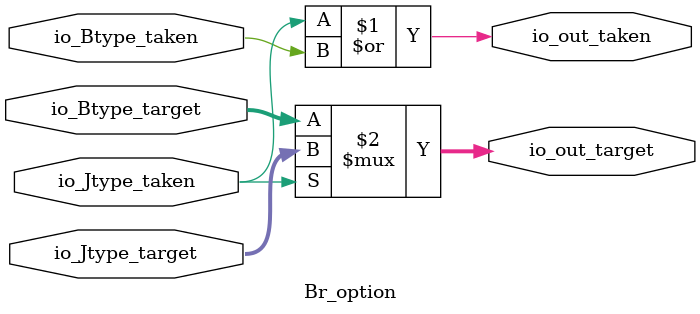
<source format=sv>
module Br_option(	// @[<stdin>:1485:3]
  input         io_Jtype_taken,	// @[playground/src/Br_cond.scala:63:12]
  input  [31:0] io_Jtype_target,	// @[playground/src/Br_cond.scala:63:12]
  input         io_Btype_taken,	// @[playground/src/Br_cond.scala:63:12]
  input  [31:0] io_Btype_target,	// @[playground/src/Br_cond.scala:63:12]
  output        io_out_taken,	// @[playground/src/Br_cond.scala:63:12]
  output [31:0] io_out_target	// @[playground/src/Br_cond.scala:63:12]
);

  assign io_out_taken = io_Jtype_taken | io_Btype_taken;	// @[<stdin>:1485:3, playground/src/Br_cond.scala:68:31]
  assign io_out_target = io_Jtype_taken ? io_Jtype_target : io_Btype_target;	// @[<stdin>:1485:3, playground/src/Br_cond.scala:69:21]
endmodule


</source>
